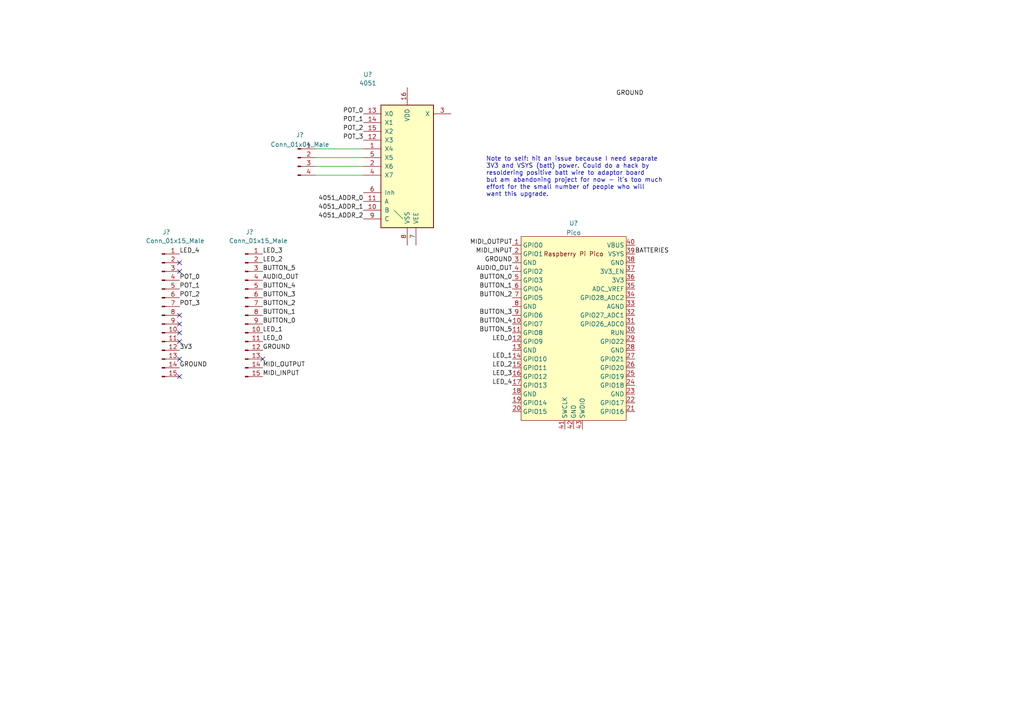
<source format=kicad_sch>
(kicad_sch (version 20211123) (generator eeschema)
  (paper "A4")
  (lib_symbols
    (symbol "4xxx:4051" (pin_names (offset 1.016))
      (property "Reference" "U" (at -7.62 19.05 0))
      (property "Value" "4051" (at -7.62 -19.05 0))
      (symbol "4051_1_0"
        (pin passive line (at -12.7 5.08 0) (length 5.08) (name "X4") (number "1"))
        (pin input line (at -12.7 -12.7 0) (length 5.08) (name "B") (number "10"))
        (pin input line (at -12.7 -10.16 0) (length 5.08) (name "A") (number "11"))
        (pin passive line (at -12.7 7.62 0) (length 5.08) (name "X3") (number "12"))
        (pin passive line (at -12.7 15.24 0) (length 5.08) (name "X0") (number "13"))
        (pin passive line (at -12.7 12.7 0) (length 5.08) (name "X1") (number "14"))
        (pin passive line (at -12.7 10.16 0) (length 5.08) (name "X2") (number "15"))
        (pin power_in line (at 0 22.86 270) (length 5.08) (name "VDD") (number "16"))
        (pin passive line (at -12.7 0 0) (length 5.08) (name "X6") (number "2"))
        (pin passive line (at 12.7 15.24 180) (length 5.08) (name "X") (number "3"))
        (pin passive line (at -12.7 -2.54 0) (length 5.08) (name "X7") (number "4"))
        (pin passive line (at -12.7 2.54 0) (length 5.08) (name "X5") (number "5"))
        (pin input line (at -12.7 -7.62 0) (length 5.08) (name "Inh") (number "6"))
        (pin power_in line (at 2.54 -22.86 90) (length 5.08) (name "VEE") (number "7"))
        (pin power_in line (at 0 -22.86 90) (length 5.08) (name "VSS") (number "8"))
        (pin input line (at -12.7 -15.24 0) (length 5.08) (name "C") (number "9"))
      )
      (symbol "4051_1_1"
        (rectangle (start -7.62 17.78) (end 7.62 -17.78) (stroke (width 0.254)) (fill (type background)))
      )
    )
    (symbol "Connector:Conn_01x04_Male" (pin_names (offset 1.016) hide)
      (property "Reference" "J" (at 0 5.08 0))
      (property "Value" "Conn_01x04_Male" (at 0 -7.62 0))
      (symbol "Conn_01x04_Male_1_1"
        (polyline (pts (xy 1.27 -5.08) (xy 0.8636 -5.08)) (stroke (width 0.1524)))
        (polyline (pts (xy 1.27 -2.54) (xy 0.8636 -2.54)) (stroke (width 0.1524)))
        (polyline (pts (xy 1.27 0) (xy 0.8636 0)) (stroke (width 0.1524)))
        (polyline (pts (xy 1.27 2.54) (xy 0.8636 2.54)) (stroke (width 0.1524)))
        (rectangle (start 0.8636 -4.953) (end 0 -5.207) (stroke (width 0.1524)) (fill (type outline)))
        (rectangle (start 0.8636 -2.413) (end 0 -2.667) (stroke (width 0.1524)) (fill (type outline)))
        (rectangle (start 0.8636 0.127) (end 0 -0.127) (stroke (width 0.1524)) (fill (type outline)))
        (rectangle (start 0.8636 2.667) (end 0 2.413) (stroke (width 0.1524)) (fill (type outline)))
        (pin passive line (at 5.08 2.54 180) (length 3.81) (name "Pin_1") (number "1"))
        (pin passive line (at 5.08 0 180) (length 3.81) (name "Pin_2") (number "2"))
        (pin passive line (at 5.08 -2.54 180) (length 3.81) (name "Pin_3") (number "3"))
        (pin passive line (at 5.08 -5.08 180) (length 3.81) (name "Pin_4") (number "4"))
      )
    )
    (symbol "Connector:Conn_01x15_Male" (pin_names (offset 1.016) hide)
      (property "Reference" "J" (at 0 20.32 0))
      (property "Value" "Conn_01x15_Male" (at 0 -20.32 0))
      (symbol "Conn_01x15_Male_1_1"
        (polyline (pts (xy 1.27 -17.78) (xy 0.8636 -17.78)) (stroke (width 0.1524)))
        (polyline (pts (xy 1.27 -15.24) (xy 0.8636 -15.24)) (stroke (width 0.1524)))
        (polyline (pts (xy 1.27 -12.7) (xy 0.8636 -12.7)) (stroke (width 0.1524)))
        (polyline (pts (xy 1.27 -10.16) (xy 0.8636 -10.16)) (stroke (width 0.1524)))
        (polyline (pts (xy 1.27 -7.62) (xy 0.8636 -7.62)) (stroke (width 0.1524)))
        (polyline (pts (xy 1.27 -5.08) (xy 0.8636 -5.08)) (stroke (width 0.1524)))
        (polyline (pts (xy 1.27 -2.54) (xy 0.8636 -2.54)) (stroke (width 0.1524)))
        (polyline (pts (xy 1.27 0) (xy 0.8636 0)) (stroke (width 0.1524)))
        (polyline (pts (xy 1.27 2.54) (xy 0.8636 2.54)) (stroke (width 0.1524)))
        (polyline (pts (xy 1.27 5.08) (xy 0.8636 5.08)) (stroke (width 0.1524)))
        (polyline (pts (xy 1.27 7.62) (xy 0.8636 7.62)) (stroke (width 0.1524)))
        (polyline (pts (xy 1.27 10.16) (xy 0.8636 10.16)) (stroke (width 0.1524)))
        (polyline (pts (xy 1.27 12.7) (xy 0.8636 12.7)) (stroke (width 0.1524)))
        (polyline (pts (xy 1.27 15.24) (xy 0.8636 15.24)) (stroke (width 0.1524)))
        (polyline (pts (xy 1.27 17.78) (xy 0.8636 17.78)) (stroke (width 0.1524)))
        (rectangle (start 0.8636 -17.653) (end 0 -17.907) (stroke (width 0.1524)) (fill (type outline)))
        (rectangle (start 0.8636 -15.113) (end 0 -15.367) (stroke (width 0.1524)) (fill (type outline)))
        (rectangle (start 0.8636 -12.573) (end 0 -12.827) (stroke (width 0.1524)) (fill (type outline)))
        (rectangle (start 0.8636 -10.033) (end 0 -10.287) (stroke (width 0.1524)) (fill (type outline)))
        (rectangle (start 0.8636 -7.493) (end 0 -7.747) (stroke (width 0.1524)) (fill (type outline)))
        (rectangle (start 0.8636 -4.953) (end 0 -5.207) (stroke (width 0.1524)) (fill (type outline)))
        (rectangle (start 0.8636 -2.413) (end 0 -2.667) (stroke (width 0.1524)) (fill (type outline)))
        (rectangle (start 0.8636 0.127) (end 0 -0.127) (stroke (width 0.1524)) (fill (type outline)))
        (rectangle (start 0.8636 2.667) (end 0 2.413) (stroke (width 0.1524)) (fill (type outline)))
        (rectangle (start 0.8636 5.207) (end 0 4.953) (stroke (width 0.1524)) (fill (type outline)))
        (rectangle (start 0.8636 7.747) (end 0 7.493) (stroke (width 0.1524)) (fill (type outline)))
        (rectangle (start 0.8636 10.287) (end 0 10.033) (stroke (width 0.1524)) (fill (type outline)))
        (rectangle (start 0.8636 12.827) (end 0 12.573) (stroke (width 0.1524)) (fill (type outline)))
        (rectangle (start 0.8636 15.367) (end 0 15.113) (stroke (width 0.1524)) (fill (type outline)))
        (rectangle (start 0.8636 17.907) (end 0 17.653) (stroke (width 0.1524)) (fill (type outline)))
        (pin passive line (at 5.08 17.78 180) (length 3.81) (name "Pin_1") (number "1"))
        (pin passive line (at 5.08 -5.08 180) (length 3.81) (name "Pin_10") (number "10"))
        (pin passive line (at 5.08 -7.62 180) (length 3.81) (name "Pin_11") (number "11"))
        (pin passive line (at 5.08 -10.16 180) (length 3.81) (name "Pin_12") (number "12"))
        (pin passive line (at 5.08 -12.7 180) (length 3.81) (name "Pin_13") (number "13"))
        (pin passive line (at 5.08 -15.24 180) (length 3.81) (name "Pin_14") (number "14"))
        (pin passive line (at 5.08 -17.78 180) (length 3.81) (name "Pin_15") (number "15"))
        (pin passive line (at 5.08 15.24 180) (length 3.81) (name "Pin_2") (number "2"))
        (pin passive line (at 5.08 12.7 180) (length 3.81) (name "Pin_3") (number "3"))
        (pin passive line (at 5.08 10.16 180) (length 3.81) (name "Pin_4") (number "4"))
        (pin passive line (at 5.08 7.62 180) (length 3.81) (name "Pin_5") (number "5"))
        (pin passive line (at 5.08 5.08 180) (length 3.81) (name "Pin_6") (number "6"))
        (pin passive line (at 5.08 2.54 180) (length 3.81) (name "Pin_7") (number "7"))
        (pin passive line (at 5.08 0 180) (length 3.81) (name "Pin_8") (number "8"))
        (pin passive line (at 5.08 -2.54 180) (length 3.81) (name "Pin_9") (number "9"))
      )
    )
    (symbol "MCU_RaspberryPi_and_Boards:Pico"
      (property "Reference" "U" (at -13.97 27.94 0))
      (property "Value" "Pico" (at 0 19.05 0))
      (symbol "Pico_0_0"
        (text "Raspberry Pi Pico" (at 0 21.59 0) (effects (font (size 1.27 1.27))))
      )
      (symbol "Pico_0_1"
        (rectangle (start -15.24 26.67) (end 15.24 -26.67) (fill (type background)))
      )
      (symbol "Pico_1_1"
        (pin bidirectional line (at -17.78 24.13 0) (length 2.54) (name "GPIO0") (number "1"))
        (pin bidirectional line (at -17.78 1.27 0) (length 2.54) (name "GPIO7") (number "10"))
        (pin bidirectional line (at -17.78 -1.27 0) (length 2.54) (name "GPIO8") (number "11"))
        (pin bidirectional line (at -17.78 -3.81 0) (length 2.54) (name "GPIO9") (number "12"))
        (pin power_in line (at -17.78 -6.35 0) (length 2.54) (name "GND") (number "13"))
        (pin bidirectional line (at -17.78 -8.89 0) (length 2.54) (name "GPIO10") (number "14"))
        (pin bidirectional line (at -17.78 -11.43 0) (length 2.54) (name "GPIO11") (number "15"))
        (pin bidirectional line (at -17.78 -13.97 0) (length 2.54) (name "GPIO12") (number "16"))
        (pin bidirectional line (at -17.78 -16.51 0) (length 2.54) (name "GPIO13") (number "17"))
        (pin power_in line (at -17.78 -19.05 0) (length 2.54) (name "GND") (number "18"))
        (pin bidirectional line (at -17.78 -21.59 0) (length 2.54) (name "GPIO14") (number "19"))
        (pin bidirectional line (at -17.78 21.59 0) (length 2.54) (name "GPIO1") (number "2"))
        (pin bidirectional line (at -17.78 -24.13 0) (length 2.54) (name "GPIO15") (number "20"))
        (pin bidirectional line (at 17.78 -24.13 180) (length 2.54) (name "GPIO16") (number "21"))
        (pin bidirectional line (at 17.78 -21.59 180) (length 2.54) (name "GPIO17") (number "22"))
        (pin power_in line (at 17.78 -19.05 180) (length 2.54) (name "GND") (number "23"))
        (pin bidirectional line (at 17.78 -16.51 180) (length 2.54) (name "GPIO18") (number "24"))
        (pin bidirectional line (at 17.78 -13.97 180) (length 2.54) (name "GPIO19") (number "25"))
        (pin bidirectional line (at 17.78 -11.43 180) (length 2.54) (name "GPIO20") (number "26"))
        (pin bidirectional line (at 17.78 -8.89 180) (length 2.54) (name "GPIO21") (number "27"))
        (pin power_in line (at 17.78 -6.35 180) (length 2.54) (name "GND") (number "28"))
        (pin bidirectional line (at 17.78 -3.81 180) (length 2.54) (name "GPIO22") (number "29"))
        (pin power_in line (at -17.78 19.05 0) (length 2.54) (name "GND") (number "3"))
        (pin input line (at 17.78 -1.27 180) (length 2.54) (name "RUN") (number "30"))
        (pin bidirectional line (at 17.78 1.27 180) (length 2.54) (name "GPIO26_ADC0") (number "31"))
        (pin bidirectional line (at 17.78 3.81 180) (length 2.54) (name "GPIO27_ADC1") (number "32"))
        (pin power_in line (at 17.78 6.35 180) (length 2.54) (name "AGND") (number "33"))
        (pin bidirectional line (at 17.78 8.89 180) (length 2.54) (name "GPIO28_ADC2") (number "34"))
        (pin power_in line (at 17.78 11.43 180) (length 2.54) (name "ADC_VREF") (number "35"))
        (pin power_in line (at 17.78 13.97 180) (length 2.54) (name "3V3") (number "36"))
        (pin input line (at 17.78 16.51 180) (length 2.54) (name "3V3_EN") (number "37"))
        (pin bidirectional line (at 17.78 19.05 180) (length 2.54) (name "GND") (number "38"))
        (pin power_in line (at 17.78 21.59 180) (length 2.54) (name "VSYS") (number "39"))
        (pin bidirectional line (at -17.78 16.51 0) (length 2.54) (name "GPIO2") (number "4"))
        (pin power_in line (at 17.78 24.13 180) (length 2.54) (name "VBUS") (number "40"))
        (pin input line (at -2.54 -29.21 90) (length 2.54) (name "SWCLK") (number "41"))
        (pin power_in line (at 0 -29.21 90) (length 2.54) (name "GND") (number "42"))
        (pin bidirectional line (at 2.54 -29.21 90) (length 2.54) (name "SWDIO") (number "43"))
        (pin bidirectional line (at -17.78 13.97 0) (length 2.54) (name "GPIO3") (number "5"))
        (pin bidirectional line (at -17.78 11.43 0) (length 2.54) (name "GPIO4") (number "6"))
        (pin bidirectional line (at -17.78 8.89 0) (length 2.54) (name "GPIO5") (number "7"))
        (pin power_in line (at -17.78 6.35 0) (length 2.54) (name "GND") (number "8"))
        (pin bidirectional line (at -17.78 3.81 0) (length 2.54) (name "GPIO6") (number "9"))
      )
    )
  )
  (no_connect (at 52.07 76.2))
  (no_connect (at 52.07 78.74))
  (no_connect (at 52.07 91.44))
  (no_connect (at 52.07 93.98))
  (no_connect (at 52.07 96.52))
  (no_connect (at 52.07 99.06))
  (no_connect (at 76.2 104.14))
  (no_connect (at 52.07 104.14))
  (no_connect (at 52.07 109.22))
  (bus_entry (at 114.3 60.96) (size 2.54 2.54))
  (wire (pts (xy 91.44 48.26) (xy 105.41 48.26)))
  (wire (pts (xy 91.44 43.18) (xy 105.41 43.18)))
  (wire (pts (xy 91.44 45.72) (xy 105.41 45.72)))
  (wire (pts (xy 91.44 50.8) (xy 105.41 50.8)))
  (text "Note to self: hit an issue because I need separate\n3V3 and VSYS (batt) power. Could do a hack by\nresoldering positive batt wire to adaptor board\nbut am abandoning project for now - it's too much\neffort for the small number of people who will\nwant this upgrade." (at 140.97 57.15 0) (effects (font (size 1.27 1.27)) (justify left bottom)))
  (label "GROUND" (at 186.69 27.94 180))
  (label "BUTTON_4" (at 148.59 93.98 180))
  (label "BUTTON_5" (at 76.2 78.74 0))
  (label "BUTTON_1" (at 76.2 91.44 0))
  (label "POT_2" (at 52.07 86.36 0))
  (label "BUTTON_3" (at 148.59 91.44 180))
  (label "POT_1" (at 105.41 35.56 180))
  (label "LED_0" (at 76.2 99.06 0))
  (label "POT_3" (at 105.41 40.64 180))
  (label "GROUND" (at 148.59 76.2 180))
  (label "AUDIO_OUT" (at 76.2 81.28 0))
  (label "POT_2" (at 105.41 38.1 180))
  (label "LED_2" (at 76.2 76.2 0))
  (label "3V3" (at 52.07 101.6 0))
  (label "GROUND" (at 76.2 101.6 0))
  (label "MIDI_OUTPUT" (at 76.2 106.68 0))
  (label "LED_0" (at 148.59 99.06 180))
  (label "BUTTON_4" (at 76.2 83.82 0))
  (label "LED_3" (at 148.59 109.22 180))
  (label "MIDI_INPUT" (at 76.2 109.22 0))
  (label "4051_ADDR_1" (at 105.41 60.96 180))
  (label "LED_1" (at 76.2 96.52 0))
  (label "MIDI_INPUT" (at 148.59 73.66 180))
  (label "LED_4" (at 148.59 111.76 180))
  (label "POT_0" (at 52.07 81.28 0))
  (label "BUTTON_3" (at 76.2 86.36 0))
  (label "BUTTON_5" (at 148.59 96.52 180))
  (label "BUTTON_0" (at 76.2 93.98 0))
  (label "BUTTON_2" (at 76.2 88.9 0))
  (label "BUTTON_0" (at 148.59 81.28 180))
  (label "LED_1" (at 148.59 104.14 180))
  (label "AUDIO_OUT" (at 148.59 78.74 180))
  (label "LED_2" (at 148.59 106.68 180))
  (label "POT_3" (at 52.07 88.9 0))
  (label "4051_ADDR_2" (at 105.41 63.5 180))
  (label "BUTTON_2" (at 148.59 86.36 180))
  (label "LED_3" (at 76.2 73.66 0))
  (label "MIDI_OUTPUT" (at 148.59 71.12 180))
  (label "GROUND" (at 52.07 106.68 0))
  (label "POT_1" (at 52.07 83.82 0))
  (label "BUTTON_1" (at 148.59 83.82 180))
  (label "4051_ADDR_0" (at 105.41 58.42 180))
  (label "POT_0" (at 105.41 33.02 180))
  (label "BATTERIES" (at 184.15 73.66 0))
  (label "LED_4" (at 52.07 73.66 0))
  (symbol (lib_id "Connector:Conn_01x15_Male") (at 71.12 91.44 0) (unit 1)
    (property "Reference" "J?" (at 72.39 67.31 0))
    (property "Value" "Conn_01x15_Male" (at 74.93 69.85 0))
  )
  (symbol (lib_id "4xxx:4051") (at 118.11 48.26 0) (unit 1)
    (property "Reference" "U?" (at 106.68 21.59 0))
    (property "Value" "4051" (at 106.68 24.13 0))
    (property "Datasheet" "http://www.intersil.com/content/dam/Intersil/documents/cd40/cd4051bms-52bms-53bms.pdf" (effects hide))
  )
  (symbol (lib_id "Connector:Conn_01x04_Male") (at 86.36 45.72 0) (unit 1)
    (property "Reference" "J?" (at 86.995 39.1373 0))
    (property "Value" "Conn_01x04_Male" (at 86.995 41.9124 0))
  )
  (symbol (lib_id "MCU_RaspberryPi_and_Boards:Pico") (at 166.37 95.25 0) (unit 1)
    (property "Reference" "U?" (at 166.37 64.7405 0))
    (property "Value" "Pico" (at 166.37 67.5156 0))
    (property "Footprint" "RPi_Pico:RPi_Pico_SMD_TH" (effects hide))
  )
  (symbol (lib_id "Connector:Conn_01x15_Male") (at 46.99 91.44 0) (unit 1)
    (property "Reference" "J?" (at 48.26 67.31 0))
    (property "Value" "Conn_01x15_Male" (at 50.8 69.85 0))
  )
)
</source>
